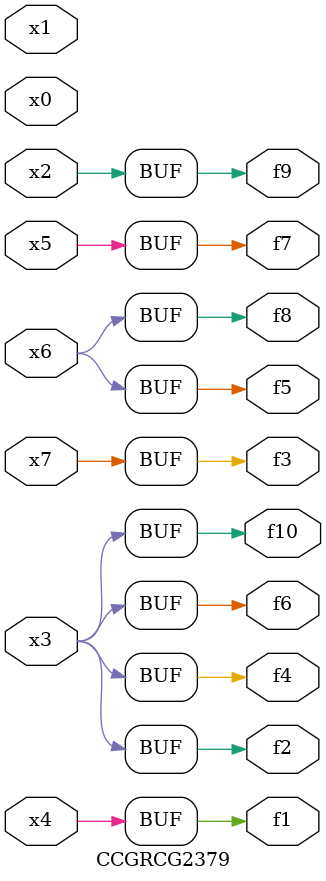
<source format=v>
module CCGRCG2379(
	input x0, x1, x2, x3, x4, x5, x6, x7,
	output f1, f2, f3, f4, f5, f6, f7, f8, f9, f10
);
	assign f1 = x4;
	assign f2 = x3;
	assign f3 = x7;
	assign f4 = x3;
	assign f5 = x6;
	assign f6 = x3;
	assign f7 = x5;
	assign f8 = x6;
	assign f9 = x2;
	assign f10 = x3;
endmodule

</source>
